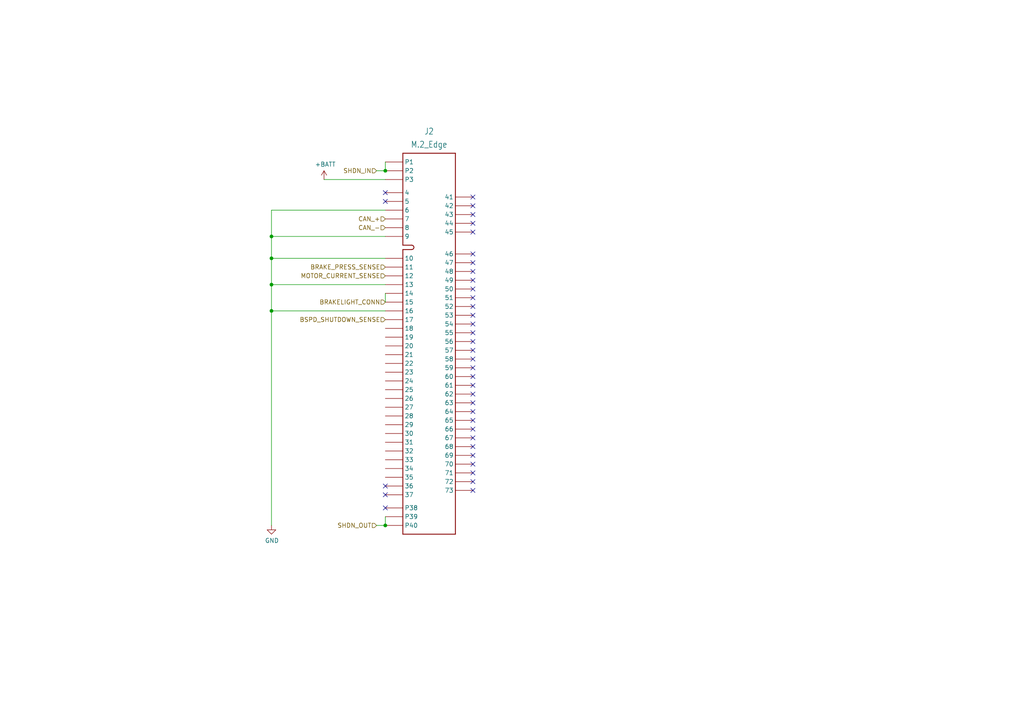
<source format=kicad_sch>
(kicad_sch (version 20211123) (generator eeschema)
  (paper "A4")
  (lib_symbols
    (symbol "formula:Automotive_M.2_Edge_Connector"
      (property "Reference" "J?" (at 1.27 49.53 0))
      (property "Value" "Automotive_M.2_Edge_Connector" (at 7.62 45.72 0))
      (symbol "Automotive_M.2_Edge_Connector_0_1"
        (arc (start -5.0436 15.2415) (mid -4.4198 15.8765) (end -5.0436 16.5115) (stroke (width 0.25)))
        (polyline (pts (xy -7.62 15.24) (xy -5.08 15.24)) (stroke (width 0.25)))
        (polyline (pts (xy -7.62 16.51) (xy -5.08 16.51)) (stroke (width 0.25)))
        (polyline (pts (xy -7.62 43.18) (xy -7.62 16.51)) (stroke (width 0.25)))
        (polyline (pts (xy 7.62 -67.31) (xy -7.62 -67.31)) (stroke (width 0.25)))
      )
      (symbol "Automotive_M.2_Edge_Connector_1_0"
        (polyline (pts (xy -7.62 -67.31) (xy -7.62 15.24)) (stroke (width 0.254)))
        (polyline (pts (xy 7.62 43.18) (xy -7.62 43.18)) (stroke (width 0.254)))
        (polyline (pts (xy 7.62 43.18) (xy 7.62 -67.31)) (stroke (width 0.254)))
        (pin bidirectional line (at -12.7 12.7 0) (length 5.08) (name "10") (number "10"))
        (pin bidirectional line (at -12.7 10.16 0) (length 5.08) (name "11") (number "11"))
        (pin bidirectional line (at -12.7 7.62 0) (length 5.08) (name "12") (number "12"))
        (pin bidirectional line (at -12.7 5.08 0) (length 5.08) (name "13") (number "13"))
        (pin bidirectional line (at -12.7 2.54 0) (length 5.08) (name "14") (number "14"))
        (pin bidirectional line (at -12.7 0 0) (length 5.08) (name "15") (number "15"))
        (pin bidirectional line (at -12.7 -2.54 0) (length 5.08) (name "16") (number "16"))
        (pin bidirectional line (at -12.7 -5.08 0) (length 5.08) (name "17") (number "17"))
        (pin bidirectional line (at -12.7 -7.62 0) (length 5.08) (name "18") (number "18"))
        (pin bidirectional line (at -12.7 -10.16 0) (length 5.08) (name "19") (number "19"))
        (pin bidirectional line (at -12.7 -12.7 0) (length 5.08) (name "20") (number "20"))
        (pin bidirectional line (at -12.7 -15.24 0) (length 5.08) (name "21") (number "21"))
        (pin bidirectional line (at -12.7 -17.78 0) (length 5.08) (name "22") (number "22"))
        (pin bidirectional line (at -12.7 -20.32 0) (length 5.08) (name "23") (number "23"))
        (pin bidirectional line (at -12.7 -22.86 0) (length 5.08) (name "24") (number "24"))
        (pin bidirectional line (at -12.7 -25.4 0) (length 5.08) (name "25") (number "25"))
        (pin bidirectional line (at -12.7 -27.94 0) (length 5.08) (name "26") (number "26"))
        (pin bidirectional line (at -12.7 -30.48 0) (length 5.08) (name "27") (number "27"))
        (pin bidirectional line (at -12.7 -33.02 0) (length 5.08) (name "28") (number "28"))
        (pin bidirectional line (at -12.7 -35.56 0) (length 5.08) (name "29") (number "29"))
        (pin bidirectional line (at -12.7 -38.1 0) (length 5.08) (name "30") (number "30"))
        (pin bidirectional line (at -12.7 -40.64 0) (length 5.08) (name "31") (number "31"))
        (pin bidirectional line (at -12.7 -43.18 0) (length 5.08) (name "32") (number "32"))
        (pin bidirectional line (at -12.7 -45.72 0) (length 5.08) (name "33") (number "33"))
        (pin bidirectional line (at -12.7 -48.26 0) (length 5.08) (name "34") (number "34"))
        (pin bidirectional line (at -12.7 -50.8 0) (length 5.08) (name "35") (number "35"))
        (pin bidirectional line (at -12.7 -53.34 0) (length 5.08) (name "36") (number "36"))
        (pin bidirectional line (at -12.7 -55.88 0) (length 5.08) (name "37") (number "37"))
        (pin bidirectional line (at -12.7 31.75 0) (length 5.08) (name "4") (number "4"))
        (pin bidirectional line (at 12.7 30.48 180) (length 5.08) (name "41") (number "41"))
        (pin bidirectional line (at 12.7 27.94 180) (length 5.08) (name "42") (number "42"))
        (pin bidirectional line (at 12.7 25.4 180) (length 5.08) (name "43") (number "43"))
        (pin bidirectional line (at 12.7 22.86 180) (length 5.08) (name "44") (number "44"))
        (pin bidirectional line (at 12.7 20.32 180) (length 5.08) (name "45") (number "45"))
        (pin bidirectional line (at 12.7 13.97 180) (length 5.08) (name "46") (number "46"))
        (pin bidirectional line (at 12.7 11.43 180) (length 5.08) (name "47") (number "47"))
        (pin bidirectional line (at 12.7 8.89 180) (length 5.08) (name "48") (number "48"))
        (pin bidirectional line (at 12.7 6.35 180) (length 5.08) (name "49") (number "49"))
        (pin bidirectional line (at -12.7 29.21 0) (length 5.08) (name "5") (number "5"))
        (pin bidirectional line (at 12.7 3.81 180) (length 5.08) (name "50") (number "50"))
        (pin bidirectional line (at 12.7 1.27 180) (length 5.08) (name "51") (number "51"))
        (pin bidirectional line (at 12.7 -1.27 180) (length 5.08) (name "52") (number "52"))
        (pin bidirectional line (at 12.7 -3.81 180) (length 5.08) (name "53") (number "53"))
        (pin bidirectional line (at 12.7 -6.35 180) (length 5.08) (name "54") (number "54"))
        (pin bidirectional line (at 12.7 -8.89 180) (length 5.08) (name "55") (number "55"))
        (pin bidirectional line (at 12.7 -11.43 180) (length 5.08) (name "56") (number "56"))
        (pin bidirectional line (at 12.7 -13.97 180) (length 5.08) (name "57") (number "57"))
        (pin bidirectional line (at 12.7 -16.51 180) (length 5.08) (name "58") (number "58"))
        (pin bidirectional line (at 12.7 -19.05 180) (length 5.08) (name "59") (number "59"))
        (pin bidirectional line (at -12.7 26.67 0) (length 5.08) (name "6") (number "6"))
        (pin bidirectional line (at 12.7 -21.59 180) (length 5.08) (name "60") (number "60"))
        (pin bidirectional line (at 12.7 -24.13 180) (length 5.08) (name "61") (number "61"))
        (pin bidirectional line (at 12.7 -26.67 180) (length 5.08) (name "62") (number "62"))
        (pin bidirectional line (at 12.7 -29.21 180) (length 5.08) (name "63") (number "63"))
        (pin bidirectional line (at 12.7 -31.75 180) (length 5.08) (name "64") (number "64"))
        (pin bidirectional line (at 12.7 -34.29 180) (length 5.08) (name "65") (number "65"))
        (pin bidirectional line (at 12.7 -36.83 180) (length 5.08) (name "66") (number "66"))
        (pin bidirectional line (at 12.7 -39.37 180) (length 5.08) (name "67") (number "67"))
        (pin bidirectional line (at 12.7 -41.91 180) (length 5.08) (name "68") (number "68"))
        (pin bidirectional line (at 12.7 -44.45 180) (length 5.08) (name "69") (number "69"))
        (pin bidirectional line (at -12.7 24.13 0) (length 5.08) (name "7") (number "7"))
        (pin bidirectional line (at 12.7 -46.99 180) (length 5.08) (name "70") (number "70"))
        (pin bidirectional line (at 12.7 -49.53 180) (length 5.08) (name "71") (number "71"))
        (pin bidirectional line (at 12.7 -52.07 180) (length 5.08) (name "72") (number "72"))
        (pin bidirectional line (at 12.7 -54.61 180) (length 5.08) (name "73") (number "73"))
        (pin bidirectional line (at -12.7 21.59 0) (length 5.08) (name "8") (number "8"))
        (pin bidirectional line (at -12.7 19.05 0) (length 5.08) (name "9") (number "9"))
        (pin bidirectional line (at -12.7 40.64 0) (length 5.08) (name "P1") (number "P1"))
        (pin bidirectional line (at -12.7 38.1 0) (length 5.08) (name "P2") (number "P2"))
        (pin bidirectional line (at -12.7 35.56 0) (length 5.08) (name "P3") (number "P3"))
        (pin bidirectional line (at -12.7 -59.69 0) (length 5.08) (name "P38") (number "P38"))
        (pin bidirectional line (at -12.7 -62.23 0) (length 5.08) (name "P39") (number "P39"))
        (pin bidirectional line (at -12.7 -64.77 0) (length 5.08) (name "P40") (number "P40"))
      )
    )
    (symbol "power:+BATT" (power) (pin_names (offset 0))
      (property "Value" "+BATT" (at 0 3.556 0))
      (symbol "+BATT_0_1"
        (polyline (pts (xy -0.762 1.27) (xy 0 2.54)))
        (polyline (pts (xy 0 0) (xy 0 2.54)))
        (polyline (pts (xy 0 2.54) (xy 0.762 1.27)))
      )
      (symbol "+BATT_1_1"
        (pin power_in line (at 0 0 90) (length 0) hide (name "+BATT") (number "1"))
      )
    )
    (symbol "power:GND" (power) (pin_names (offset 0))
      (property "Value" "GND" (at 0 -3.81 0))
      (symbol "GND_0_1"
        (polyline (pts (xy 0 0) (xy 0 -1.27) (xy 1.27 -1.27) (xy 0 -2.54) (xy -1.27 -1.27) (xy 0 -1.27)))
      )
      (symbol "GND_1_1"
        (pin power_in line (at 0 0 270) (length 0) hide (name "GND") (number "1"))
      )
    )
  )
  (junction (at 111.76 152.4))
  (junction (at 78.74 82.55))
  (junction (at 111.76 49.53))
  (junction (at 78.74 90.17))
  (junction (at 78.74 74.93))
  (junction (at 78.74 68.58))
  (no_connect (at 137.16 132.08))
  (no_connect (at 137.16 83.82))
  (no_connect (at 137.16 57.15))
  (no_connect (at 137.16 59.69))
  (no_connect (at 137.16 62.23))
  (no_connect (at 137.16 64.77))
  (no_connect (at 137.16 67.31))
  (no_connect (at 137.16 73.66))
  (no_connect (at 137.16 76.2))
  (no_connect (at 137.16 78.74))
  (no_connect (at 137.16 81.28))
  (no_connect (at 137.16 88.9))
  (no_connect (at 137.16 129.54))
  (no_connect (at 137.16 111.76))
  (no_connect (at 137.16 137.16))
  (no_connect (at 137.16 116.84))
  (no_connect (at 137.16 99.06))
  (no_connect (at 137.16 134.62))
  (no_connect (at 137.16 86.36))
  (no_connect (at 137.16 104.14))
  (no_connect (at 137.16 114.3))
  (no_connect (at 137.16 96.52))
  (no_connect (at 137.16 101.6))
  (no_connect (at 137.16 91.44))
  (no_connect (at 137.16 142.24))
  (no_connect (at 137.16 127))
  (no_connect (at 111.76 55.88))
  (no_connect (at 111.76 58.42))
  (no_connect (at 111.76 143.51))
  (no_connect (at 111.76 140.97))
  (no_connect (at 111.76 147.32))
  (no_connect (at 137.16 121.92))
  (no_connect (at 137.16 124.46))
  (no_connect (at 137.16 109.22))
  (no_connect (at 137.16 93.98))
  (no_connect (at 137.16 119.38))
  (no_connect (at 137.16 139.7))
  (no_connect (at 137.16 106.68))
  (wire (pts (xy 78.74 82.55) (xy 111.76 82.55)))
  (wire (pts (xy 78.74 68.58) (xy 78.74 74.93)))
  (wire (pts (xy 78.74 60.96) (xy 78.74 68.58)))
  (wire (pts (xy 111.76 85.09) (xy 111.76 87.63)))
  (wire (pts (xy 78.74 74.93) (xy 111.76 74.93)))
  (wire (pts (xy 78.74 74.93) (xy 78.74 82.55)))
  (wire (pts (xy 78.74 82.55) (xy 78.74 90.17)))
  (wire (pts (xy 78.74 90.17) (xy 78.74 152.4)))
  (wire (pts (xy 111.76 46.99) (xy 111.76 49.53)))
  (wire (pts (xy 111.76 149.86) (xy 111.76 152.4)))
  (wire (pts (xy 109.22 49.53) (xy 111.76 49.53)))
  (wire (pts (xy 78.74 90.17) (xy 111.76 90.17)))
  (wire (pts (xy 111.76 60.96) (xy 78.74 60.96)))
  (wire (pts (xy 78.74 68.58) (xy 111.76 68.58)))
  (wire (pts (xy 93.98 52.07) (xy 111.76 52.07)))
  (wire (pts (xy 109.22 152.4) (xy 111.76 152.4)))
  (hierarchical_label "SHDN_OUT" (shape input) (at 109.22 152.4 180))
  (hierarchical_label "CAN_-" (shape input) (at 111.76 66.04 180))
  (hierarchical_label "BSPD_SHUTDOWN_SENSE" (shape input) (at 111.76 92.71 180))
  (hierarchical_label "MOTOR_CURRENT_SENSE" (shape input) (at 111.76 80.01 180))
  (hierarchical_label "SHDN_IN" (shape input) (at 109.22 49.53 180))
  (hierarchical_label "BRAKE_PRESS_SENSE" (shape input) (at 111.76 77.47 180))
  (hierarchical_label "BRAKELIGHT_CONN" (shape input) (at 111.76 87.63 180))
  (hierarchical_label "CAN_+" (shape input) (at 111.76 63.5 180))
  (symbol (lib_id "power:GND") (at 78.74 152.4 0) (unit 1)
    (property "Reference" "#PWR?" (effects hide))
    (property "Value" "GND" (at 78.867 156.7942 0))
  )
  (symbol (lib_id "power:+BATT") (at 93.98 52.07 0) (unit 1)
    (property "Reference" "#PWR?" (effects hide))
    (property "Value" "+BATT" (at 94.361 47.6758 0))
  )
  (symbol (lib_id "formula:Automotive_M.2_Edge_Connector") (at 124.46 87.63 0) (unit 1)
    (property "Reference" "J2" (at 124.46 38.1 0) (effects (font (size 1.778 1.5113))))
    (property "Value" "M.2_Edge" (at 124.46 41.91 0) (effects (font (size 1.778 1.5113))))
    (property "Footprint" "footprints:Automotive_M.2_Edge_Connector" (effects hide))
  )
)
</source>
